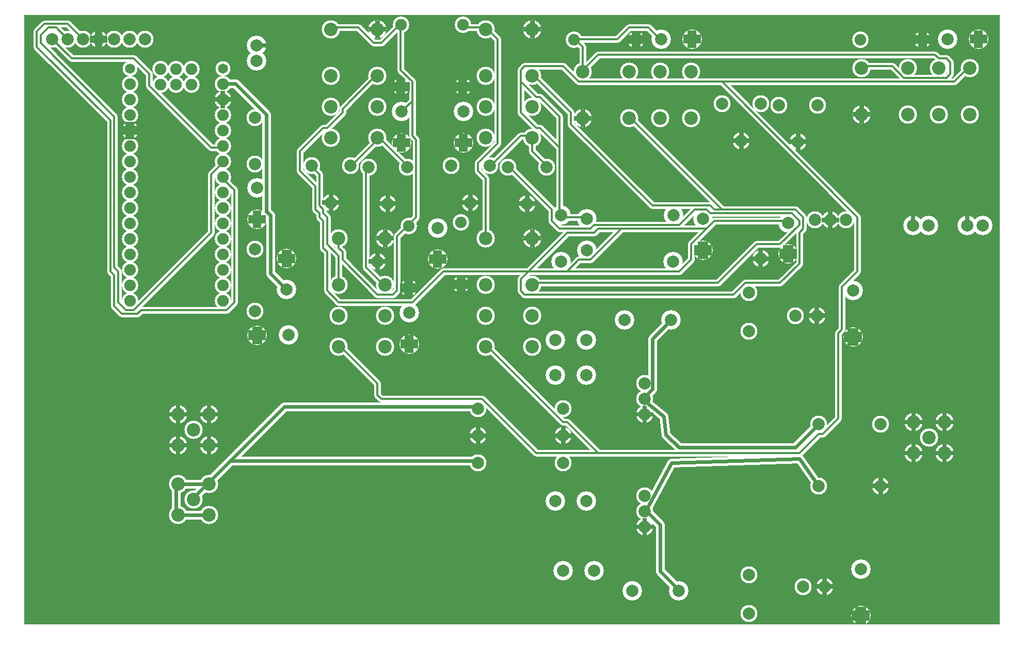
<source format=gbr>
%FSLAX34Y34*%
%MOMM*%
%LNCOPPER_TOP*%
G71*
G01*
%ADD10C,3.000*%
%ADD11C,2.800*%
%ADD12C,3.200*%
%ADD13C,1.400*%
%ADD14C,2.700*%
%ADD15C,2.450*%
%ADD16C,3.000*%
%ADD17C,2.800*%
%ADD18C,2.700*%
%ADD19C,1.100*%
%ADD20C,0.733*%
%ADD21C,0.667*%
%ADD22C,0.813*%
%ADD23C,0.767*%
%ADD24C,1.713*%
%ADD25C,1.360*%
%ADD26C,1.587*%
%ADD27C,1.627*%
%ADD28C,0.787*%
%ADD29C,1.447*%
%ADD30C,1.200*%
%ADD31C,2.200*%
%ADD32C,2.000*%
%ADD33C,0.600*%
%ADD34C,1.900*%
%ADD35C,1.650*%
%ADD36C,2.200*%
%ADD37C,2.000*%
%ADD38C,1.900*%
%ADD39C,0.300*%
%LPD*%
G36*
X0Y1000000D02*
X1600000Y1000000D01*
X1600000Y0D01*
X0Y0D01*
X0Y1000000D01*
G37*
%LPC*%
X252070Y344780D02*
G54D10*
D03*
X302870Y344780D02*
G54D10*
D03*
X277470Y319380D02*
G54D10*
D03*
X302870Y293980D02*
G54D10*
D03*
X252070Y293980D02*
G54D10*
D03*
X1347470Y663830D02*
G54D11*
D03*
X1322070Y663830D02*
G54D11*
D03*
X1296670Y663830D02*
G54D11*
D03*
X1252720Y659036D02*
G54D12*
D03*
X1252833Y608055D02*
G54D12*
D03*
X1064503Y671527D02*
G54D12*
D03*
X1064453Y595277D02*
G54D12*
D03*
X1113020Y665386D02*
G54D12*
D03*
X1113133Y614405D02*
G54D12*
D03*
X880353Y671527D02*
G54D12*
D03*
X880303Y595277D02*
G54D12*
D03*
X1017270Y370080D02*
G54D11*
D03*
X1017270Y395480D02*
G54D11*
D03*
X1017270Y185930D02*
G54D11*
D03*
X1017270Y211330D02*
G54D11*
D03*
X922053Y409438D02*
G54D12*
D03*
X871072Y409325D02*
G54D12*
D03*
X922053Y203063D02*
G54D12*
D03*
X871072Y202950D02*
G54D12*
D03*
X922053Y466588D02*
G54D12*
D03*
X871073Y466475D02*
G54D12*
D03*
X934753Y88763D02*
G54D12*
D03*
X883773Y88650D02*
G54D12*
D03*
X1060751Y499950D02*
G54D12*
D03*
X984501Y500000D02*
G54D12*
D03*
X1073451Y55450D02*
G54D12*
D03*
X997201Y55500D02*
G54D12*
D03*
X1188720Y544830D02*
G54D11*
D03*
X1188720Y481330D02*
G54D11*
D03*
X1188720Y81280D02*
G54D11*
D03*
X1188720Y17780D02*
G54D11*
D03*
X1300020Y506730D02*
G54D11*
D03*
X1264920Y506730D02*
G54D11*
D03*
X1312720Y62230D02*
G54D11*
D03*
X1277620Y62230D02*
G54D11*
D03*
X1457779Y654552D02*
G54D12*
D03*
X1483279Y654552D02*
G54D12*
D03*
X1359113Y471935D02*
G54D12*
D03*
X1359163Y548185D02*
G54D12*
D03*
X1303020Y328930D02*
G54D11*
D03*
X1303020Y227330D02*
G54D11*
D03*
X1404620Y328930D02*
G54D11*
D03*
X1404620Y227330D02*
G54D11*
D03*
X744220Y354330D02*
G54D11*
D03*
X883920Y354330D02*
G54D11*
D03*
X883920Y265430D02*
G54D11*
D03*
X883920Y309880D02*
G54D11*
D03*
X1546679Y654552D02*
G54D12*
D03*
X1572179Y654552D02*
G54D12*
D03*
X1322070Y663830D02*
G54D11*
D03*
X1252833Y608055D02*
G54D11*
D03*
X1207770Y600330D02*
G54D11*
D03*
X1113133Y614405D02*
G54D11*
D03*
X1404620Y227330D02*
G54D11*
D03*
X1300020Y506730D02*
G54D11*
D03*
X1359113Y471935D02*
G54D11*
D03*
X1312720Y62230D02*
G54D11*
D03*
X744220Y265430D02*
G54D11*
D03*
X883920Y309880D02*
G54D11*
D03*
X1458570Y332080D02*
G54D10*
D03*
X1509370Y332080D02*
G54D10*
D03*
X1483970Y306680D02*
G54D10*
D03*
X1509370Y281280D02*
G54D10*
D03*
X1458570Y281280D02*
G54D10*
D03*
X744220Y309880D02*
G54D11*
D03*
X1252833Y608055D02*
G54D11*
D03*
X1113133Y614405D02*
G54D11*
D03*
X1359113Y471935D02*
G54D11*
D03*
G54D13*
X1060751Y499950D02*
X1061720Y500380D01*
X1029970Y468630D01*
X1029970Y386080D01*
X1017270Y373380D01*
X1017270Y367030D01*
X1017270Y370080D01*
X1371813Y14735D02*
G54D12*
D03*
X1371863Y90985D02*
G54D12*
D03*
X1371813Y14735D02*
G54D11*
D03*
X1017270Y160530D02*
G54D11*
D03*
G54D13*
X1303020Y328930D02*
X1264920Y290830D01*
X1074420Y290830D01*
X1052170Y311430D01*
X1049020Y341630D01*
X1017270Y367030D01*
X1017270Y370080D01*
G54D13*
X1303020Y227330D02*
X1271270Y271780D01*
X1061720Y265430D01*
X1017270Y182880D01*
X1017270Y185930D01*
X1017270Y344680D02*
G54D11*
D03*
G54D13*
X1073451Y55450D02*
X1074420Y55880D01*
X1042670Y87630D01*
X1042670Y163830D01*
X1023620Y182880D01*
X1017270Y182880D01*
X1017270Y185930D01*
X172935Y887069D02*
G54D14*
D03*
X172935Y861669D02*
G54D14*
D03*
X172935Y836269D02*
G54D14*
D03*
X172935Y810869D02*
G54D14*
D03*
X172935Y785469D02*
G54D14*
D03*
X172935Y760069D02*
G54D14*
D03*
X172935Y734669D02*
G54D14*
D03*
X172935Y709269D02*
G54D14*
D03*
X172935Y683869D02*
G54D14*
D03*
X172935Y658469D02*
G54D14*
D03*
X172935Y633069D02*
G54D14*
D03*
X172935Y607669D02*
G54D14*
D03*
X172935Y582269D02*
G54D14*
D03*
X172935Y556869D02*
G54D14*
D03*
X172935Y531469D02*
G54D14*
D03*
X325335Y887069D02*
G54D14*
D03*
X325335Y861669D02*
G54D14*
D03*
X325335Y836269D02*
G54D14*
D03*
X325335Y810869D02*
G54D14*
D03*
X325335Y785469D02*
G54D14*
D03*
X325335Y760069D02*
G54D14*
D03*
X325335Y734669D02*
G54D14*
D03*
X325335Y709269D02*
G54D14*
D03*
X325335Y683869D02*
G54D14*
D03*
X325335Y658469D02*
G54D14*
D03*
X325335Y633069D02*
G54D14*
D03*
X325335Y607669D02*
G54D14*
D03*
X325335Y582269D02*
G54D14*
D03*
X325335Y556869D02*
G54D14*
D03*
X325335Y531469D02*
G54D14*
D03*
X325494Y912310D02*
G54D15*
D03*
X173094Y912310D02*
G54D15*
D03*
X274281Y886053D02*
G54D14*
D03*
X274281Y911453D02*
G54D14*
D03*
X248881Y886053D02*
G54D14*
D03*
X248881Y911453D02*
G54D14*
D03*
X223481Y886053D02*
G54D14*
D03*
X223481Y911453D02*
G54D14*
D03*
X378034Y755499D02*
G54D11*
D03*
X378034Y831699D02*
G54D11*
D03*
X380609Y950624D02*
G54D12*
D03*
X380609Y925124D02*
G54D12*
D03*
X381791Y716234D02*
G54D12*
D03*
X381904Y665253D02*
G54D12*
D03*
X378034Y615799D02*
G54D11*
D03*
X378034Y514199D02*
G54D11*
D03*
X430159Y549614D02*
G54D12*
D03*
X430047Y600594D02*
G54D12*
D03*
X432909Y474882D02*
G54D12*
D03*
X381929Y474770D02*
G54D12*
D03*
X381904Y665253D02*
G54D11*
D03*
X430047Y600594D02*
G54D11*
D03*
X381929Y474770D02*
G54D11*
D03*
X172935Y810869D02*
G54D11*
D03*
X325335Y861669D02*
G54D11*
D03*
G54D13*
X430159Y549613D02*
X428884Y551029D01*
X403484Y576429D01*
X403484Y671679D01*
X397134Y678029D01*
X397134Y836779D01*
X346334Y887579D01*
X327284Y887579D01*
X325335Y887069D01*
X515620Y633729D02*
G54D16*
D03*
X591820Y633730D02*
G54D16*
D03*
X515620Y557530D02*
G54D16*
D03*
X515620Y506730D02*
G54D16*
D03*
X515620Y455930D02*
G54D16*
D03*
X591820Y557530D02*
G54D16*
D03*
X591820Y506730D02*
G54D16*
D03*
X591820Y455930D02*
G54D16*
D03*
X502920Y976630D02*
G54D16*
D03*
X579120Y976630D02*
G54D16*
D03*
X502920Y900430D02*
G54D16*
D03*
X502920Y849629D02*
G54D16*
D03*
X502920Y798830D02*
G54D16*
D03*
X579120Y900430D02*
G54D16*
D03*
X579120Y849630D02*
G54D16*
D03*
X579120Y798830D02*
G54D16*
D03*
X756920Y633730D02*
G54D16*
D03*
X833120Y633730D02*
G54D16*
D03*
X756920Y557530D02*
G54D16*
D03*
X756920Y506730D02*
G54D16*
D03*
X756920Y455930D02*
G54D16*
D03*
X833120Y557530D02*
G54D16*
D03*
X833120Y506730D02*
G54D16*
D03*
X833120Y455930D02*
G54D16*
D03*
X756920Y976630D02*
G54D16*
D03*
X833120Y976630D02*
G54D16*
D03*
X756920Y900430D02*
G54D16*
D03*
X756920Y849630D02*
G54D16*
D03*
X756920Y798830D02*
G54D16*
D03*
X833120Y900430D02*
G54D16*
D03*
X833120Y849630D02*
G54D16*
D03*
X833120Y798830D02*
G54D16*
D03*
X1373255Y837165D02*
G54D16*
D03*
X1373254Y913365D02*
G54D16*
D03*
X1449455Y837165D02*
G54D16*
D03*
X1500255Y837165D02*
G54D16*
D03*
X1551055Y837165D02*
G54D16*
D03*
X1449455Y913366D02*
G54D16*
D03*
X1500255Y913365D02*
G54D16*
D03*
X1551055Y913365D02*
G54D16*
D03*
X916055Y830815D02*
G54D16*
D03*
X916055Y907016D02*
G54D16*
D03*
X992255Y830816D02*
G54D16*
D03*
X1043055Y830816D02*
G54D16*
D03*
X1093855Y830815D02*
G54D16*
D03*
X992255Y907016D02*
G54D16*
D03*
X1043055Y907016D02*
G54D16*
D03*
X1093855Y907016D02*
G54D16*
D03*
X471057Y752617D02*
G54D11*
D03*
X534557Y752617D02*
G54D11*
D03*
X502807Y692292D02*
G54D11*
D03*
X579120Y595630D02*
G54D11*
D03*
X252070Y230480D02*
G54D10*
D03*
X302870Y230480D02*
G54D10*
D03*
X277470Y205080D02*
G54D10*
D03*
X302870Y179680D02*
G54D10*
D03*
X252070Y179680D02*
G54D10*
D03*
G54D13*
X302870Y230480D02*
X299720Y230380D01*
X426720Y357380D01*
X744220Y357380D01*
X744220Y354330D01*
G54D13*
X277470Y205080D02*
X274320Y204980D01*
X337820Y268480D01*
X744220Y268480D01*
X744220Y265430D01*
G54D13*
X302870Y230480D02*
X299720Y230380D01*
X248920Y230380D01*
X252070Y230480D01*
G54D13*
X252070Y179680D02*
X248920Y179580D01*
X248920Y230380D01*
X252070Y230480D01*
G54D13*
X252070Y179680D02*
X248920Y179580D01*
X299720Y179580D01*
X302870Y179680D01*
X564280Y750826D02*
G54D11*
D03*
X627781Y750826D02*
G54D11*
D03*
X596030Y690501D02*
G54D11*
D03*
X627781Y750826D02*
G54D11*
D03*
X502807Y692292D02*
G54D11*
D03*
X699657Y752617D02*
G54D11*
D03*
X763157Y752617D02*
G54D11*
D03*
X731407Y692292D02*
G54D11*
D03*
X792880Y750826D02*
G54D11*
D03*
X856381Y750826D02*
G54D11*
D03*
X824630Y690501D02*
G54D11*
D03*
X824630Y690501D02*
G54D11*
D03*
X731407Y692292D02*
G54D11*
D03*
X1144158Y854217D02*
G54D11*
D03*
X1207658Y854217D02*
G54D11*
D03*
X1175908Y793892D02*
G54D11*
D03*
X1237380Y852426D02*
G54D11*
D03*
X1300880Y852426D02*
G54D11*
D03*
X1269130Y792101D02*
G54D11*
D03*
X1300881Y852426D02*
G54D11*
D03*
X1175908Y793892D02*
G54D11*
D03*
X172935Y810869D02*
G54D17*
D03*
X617740Y882548D02*
G54D18*
D03*
X617740Y984148D02*
G54D18*
D03*
X618565Y790638D02*
G54D12*
D03*
X618453Y841619D02*
G54D12*
D03*
X617740Y882548D02*
G54D11*
D03*
X617740Y882548D02*
G54D17*
D03*
X618565Y790638D02*
G54D17*
D03*
X719340Y882548D02*
G54D18*
D03*
X719340Y984148D02*
G54D18*
D03*
X720165Y790638D02*
G54D12*
D03*
X720053Y841619D02*
G54D12*
D03*
X719340Y882548D02*
G54D11*
D03*
X719340Y882548D02*
G54D17*
D03*
X720165Y790638D02*
G54D17*
D03*
X630440Y552348D02*
G54D18*
D03*
X630440Y653948D02*
G54D18*
D03*
X631265Y460438D02*
G54D12*
D03*
X631153Y511418D02*
G54D12*
D03*
X630440Y552348D02*
G54D11*
D03*
X630440Y552348D02*
G54D17*
D03*
X631265Y460438D02*
G54D17*
D03*
X716442Y558285D02*
G54D18*
D03*
X716442Y659885D02*
G54D18*
D03*
X677897Y599725D02*
G54D12*
D03*
X677785Y650706D02*
G54D12*
D03*
X677897Y599725D02*
G54D17*
D03*
X716442Y558285D02*
G54D17*
D03*
X1003249Y959846D02*
G54D18*
D03*
X901649Y959846D02*
G54D18*
D03*
X1095159Y960671D02*
G54D12*
D03*
X1044179Y960559D02*
G54D12*
D03*
X1003249Y959846D02*
G54D11*
D03*
X1003249Y959846D02*
G54D17*
D03*
X1095159Y960671D02*
G54D17*
D03*
X1473149Y959846D02*
G54D18*
D03*
X1371549Y959846D02*
G54D18*
D03*
X1565059Y960671D02*
G54D12*
D03*
X1514079Y960559D02*
G54D12*
D03*
X1473149Y959846D02*
G54D11*
D03*
X1473149Y959846D02*
G54D17*
D03*
X1565059Y960671D02*
G54D17*
D03*
X579120Y976630D02*
G54D11*
D03*
X591820Y633730D02*
G54D11*
D03*
X833120Y976630D02*
G54D11*
D03*
X833120Y633730D02*
G54D11*
D03*
X916055Y830815D02*
G54D11*
D03*
X1373255Y837165D02*
G54D11*
D03*
X596030Y690501D02*
G54D11*
D03*
X1269130Y792101D02*
G54D11*
D03*
X922520Y665386D02*
G54D12*
D03*
X922633Y614405D02*
G54D12*
D03*
G54D19*
X471057Y752617D02*
X471170Y751080D01*
X483870Y738380D01*
X483870Y687580D01*
X490220Y681230D01*
X490220Y674880D01*
X496570Y668530D01*
X496570Y624080D01*
X515620Y605030D01*
X515620Y560580D01*
X515620Y557530D01*
G54D19*
X564280Y750826D02*
X566420Y751080D01*
X560070Y744730D01*
X560070Y585980D01*
X585470Y560580D01*
X591820Y560580D01*
X591820Y557530D01*
G54D19*
X630440Y653948D02*
X629920Y655830D01*
X610870Y636780D01*
X610870Y547880D01*
X604520Y541530D01*
X579120Y541530D01*
X521970Y598680D01*
X521970Y611380D01*
X515620Y617730D01*
X515620Y636780D01*
X515620Y633729D01*
G54D19*
X534557Y752617D02*
X534670Y751080D01*
X579120Y795530D01*
X579120Y801880D01*
X579120Y798830D01*
G54D19*
X627781Y750826D02*
X629920Y751080D01*
X579120Y801880D01*
X579120Y798830D01*
G54D19*
X630440Y653948D02*
X629920Y655830D01*
X642620Y668530D01*
X642620Y795530D01*
X636270Y801880D01*
X636270Y890780D01*
X617220Y909830D01*
X617220Y986030D01*
X617740Y984148D01*
G54D19*
X618453Y841619D02*
X617220Y839980D01*
X636270Y859030D01*
X636270Y890780D01*
X617220Y909830D01*
X617220Y986030D01*
X617740Y984148D01*
G54D19*
X579120Y900430D02*
X579120Y903480D01*
X521970Y846330D01*
X521970Y839980D01*
X496570Y814580D01*
X490220Y814580D01*
X452120Y776480D01*
X452120Y744730D01*
X477520Y719330D01*
X477520Y681230D01*
X483870Y674880D01*
X483870Y668530D01*
X490220Y662180D01*
X490220Y617730D01*
X496570Y611380D01*
X496570Y547880D01*
X515620Y528830D01*
X636270Y528830D01*
X687070Y579630D01*
X1074420Y579630D01*
X1093470Y598680D01*
X1093470Y624080D01*
X1131570Y662180D01*
X1252220Y662180D01*
X1252720Y659036D01*
G54D19*
X763157Y752617D02*
X763270Y751080D01*
X814070Y801880D01*
X833120Y801880D01*
X833120Y798830D01*
G54D19*
X856381Y750826D02*
X858520Y751080D01*
X833120Y776480D01*
X833120Y801880D01*
X833120Y798830D01*
G54D19*
X792880Y750826D02*
X795020Y751080D01*
X864870Y681230D01*
X864870Y662180D01*
X877570Y649480D01*
X928370Y649480D01*
X934720Y655830D01*
X1074420Y655830D01*
X1099820Y681230D01*
X1118870Y681230D01*
X1125220Y674880D01*
X1258570Y674880D01*
X1271270Y662180D01*
X1271270Y655830D01*
X1239520Y624080D01*
X1201420Y624080D01*
X1137920Y560580D01*
X833120Y560580D01*
X833120Y557530D01*
G54D19*
X756920Y976630D02*
X756920Y979680D01*
X775970Y960630D01*
X775970Y789180D01*
X744220Y757430D01*
X744220Y744730D01*
X756920Y732030D01*
X756920Y636780D01*
X756920Y633730D01*
G54D19*
X833120Y900430D02*
X833120Y903480D01*
X896620Y839980D01*
X896620Y820930D01*
X1029970Y687580D01*
X1125220Y687580D01*
X1131570Y681230D01*
X1264920Y681230D01*
X1277620Y668530D01*
X1277620Y649480D01*
X1271270Y643130D01*
X1271270Y592330D01*
X1239520Y560580D01*
X1182370Y560580D01*
X1163320Y541530D01*
X820420Y541530D01*
X814070Y547880D01*
X814070Y566930D01*
X890270Y643130D01*
X934720Y643130D01*
X941070Y649480D01*
X1118870Y649480D01*
X1131570Y662180D01*
X1252220Y662180D01*
X1252720Y659036D01*
G54D19*
X992255Y830816D02*
X991870Y833630D01*
X1144270Y681230D01*
X1264920Y681230D01*
X1277620Y668530D01*
X1277620Y649480D01*
X1271270Y643130D01*
X1271270Y592330D01*
X1239520Y560580D01*
X1182370Y560580D01*
X1163320Y541530D01*
X820420Y541530D01*
X814070Y547880D01*
X814070Y566930D01*
X826770Y579630D01*
X890270Y579630D01*
X909320Y598680D01*
X928370Y598680D01*
X979170Y649480D01*
X1118870Y649480D01*
X1131570Y662180D01*
X1252220Y662180D01*
X1252720Y659036D01*
G54D19*
X901649Y959846D02*
X902970Y960630D01*
X915670Y947930D01*
X915670Y909830D01*
X916055Y907016D01*
G54D19*
X1044179Y960559D02*
X1042670Y960630D01*
X1023620Y979680D01*
X991870Y979680D01*
X972820Y960630D01*
X902970Y960630D01*
X901649Y959846D01*
G54D19*
X617740Y984148D02*
X617220Y986030D01*
X585470Y954280D01*
X572770Y954280D01*
X547370Y979680D01*
X502920Y979680D01*
X502920Y976630D01*
G54D19*
X719340Y984148D02*
X718820Y986030D01*
X725170Y979680D01*
X756920Y979680D01*
X756920Y976630D01*
G54D19*
X515620Y455930D02*
X515620Y458980D01*
X579120Y395480D01*
X579120Y376430D01*
X585470Y370080D01*
X750570Y370080D01*
X839470Y281180D01*
X1271270Y281180D01*
X1303020Y312930D01*
X1309370Y312930D01*
X1334770Y338330D01*
X1334770Y478030D01*
X1341120Y484380D01*
X1341120Y554230D01*
X1366520Y579630D01*
X1366520Y668530D01*
X1144270Y890780D01*
X909320Y890780D01*
X883920Y916180D01*
X820420Y916180D01*
X814070Y909830D01*
X814070Y839980D01*
X839470Y814580D01*
X845820Y814580D01*
X877570Y782830D01*
X877570Y668530D01*
X880353Y671527D01*
G54D19*
X756920Y455930D02*
X756920Y458980D01*
X883920Y331980D01*
X890270Y331980D01*
X941070Y281180D01*
X1271270Y281180D01*
X1303020Y312930D01*
X1309370Y312930D01*
X1334770Y338330D01*
X1334770Y478030D01*
X1341120Y484380D01*
X1341120Y554230D01*
X1366520Y579630D01*
X1366520Y668530D01*
X1144270Y890780D01*
X909320Y890780D01*
X883920Y916180D01*
X820420Y916180D01*
X814070Y909830D01*
X814070Y839980D01*
X839470Y814580D01*
X845820Y814580D01*
X877570Y782830D01*
X877570Y668530D01*
X880353Y671527D01*
G54D19*
X922520Y665386D02*
X922020Y668530D01*
X877570Y668530D01*
X880353Y671527D01*
G54D19*
X916055Y907016D02*
X915670Y909830D01*
X941070Y935230D01*
X1493520Y935230D01*
X1499870Y928880D01*
X1512570Y928880D01*
X1518920Y922530D01*
X1518920Y903480D01*
X1512570Y897130D01*
X1442720Y897130D01*
X1423670Y916180D01*
X1372870Y916180D01*
X1373254Y913365D01*
G54D19*
X1551055Y913365D02*
X1550670Y916180D01*
X1525270Y890780D01*
X909320Y890780D01*
X883920Y916180D01*
X820420Y916180D01*
X814070Y909830D01*
X814070Y890780D01*
X839470Y865380D01*
X845820Y865380D01*
X877570Y833630D01*
X877570Y668530D01*
X880353Y671527D01*
X45720Y960630D02*
G54D11*
D03*
X71120Y960630D02*
G54D11*
D03*
X71120Y960630D02*
G54D11*
D03*
X96520Y960630D02*
G54D11*
D03*
X147320Y960630D02*
G54D11*
D03*
X147320Y960630D02*
G54D11*
D03*
X172720Y960630D02*
G54D11*
D03*
X172720Y960630D02*
G54D11*
D03*
X198120Y960630D02*
G54D11*
D03*
G54D19*
X45720Y960630D02*
X77470Y928880D01*
X179070Y928880D01*
X204470Y903480D01*
X204470Y884430D01*
X306070Y782830D01*
X325120Y782830D01*
X325335Y785469D01*
G54D19*
X71120Y960630D02*
X52070Y979680D01*
X39370Y979680D01*
X26670Y966980D01*
X26670Y954280D01*
X147320Y833630D01*
X147320Y585980D01*
X153670Y579630D01*
X153670Y528830D01*
X166370Y516130D01*
X179070Y516130D01*
X306070Y643130D01*
X306070Y738380D01*
X325120Y757430D01*
X325335Y760069D01*
G54D19*
X96520Y960630D02*
X71120Y986030D01*
X33020Y986030D01*
X20320Y973330D01*
X20320Y947930D01*
X140970Y827280D01*
X140970Y579630D01*
X147320Y573280D01*
X147320Y522480D01*
X160020Y509780D01*
X185420Y509780D01*
X191770Y516130D01*
X331470Y516130D01*
X344170Y528830D01*
X344170Y712980D01*
X325120Y732030D01*
X325335Y734669D01*
X121920Y960630D02*
G54D11*
D03*
%LPD*%
G54D20*
G36*
X248403Y344780D02*
X248403Y360280D01*
X255737Y360280D01*
X255737Y344780D01*
X248403Y344780D01*
G37*
G36*
X252070Y348447D02*
X267570Y348447D01*
X267570Y341113D01*
X252070Y341113D01*
X252070Y348447D01*
G37*
G36*
X255737Y344780D02*
X255737Y329280D01*
X248403Y329280D01*
X248403Y344780D01*
X255737Y344780D01*
G37*
G36*
X252070Y341113D02*
X236570Y341113D01*
X236570Y348447D01*
X252070Y348447D01*
X252070Y341113D01*
G37*
G54D20*
G36*
X299203Y344780D02*
X299203Y360280D01*
X306537Y360280D01*
X306537Y344780D01*
X299203Y344780D01*
G37*
G36*
X302870Y348447D02*
X318370Y348447D01*
X318370Y341113D01*
X302870Y341113D01*
X302870Y348447D01*
G37*
G36*
X306537Y344780D02*
X306537Y329280D01*
X299203Y329280D01*
X299203Y344780D01*
X306537Y344780D01*
G37*
G36*
X302870Y341113D02*
X287370Y341113D01*
X287370Y348447D01*
X302870Y348447D01*
X302870Y341113D01*
G37*
G54D20*
G36*
X299203Y293980D02*
X299203Y309480D01*
X306537Y309480D01*
X306537Y293980D01*
X299203Y293980D01*
G37*
G36*
X302870Y297647D02*
X318370Y297647D01*
X318370Y290313D01*
X302870Y290313D01*
X302870Y297647D01*
G37*
G36*
X306537Y293980D02*
X306537Y278480D01*
X299203Y278480D01*
X299203Y293980D01*
X306537Y293980D01*
G37*
G36*
X302870Y290313D02*
X287370Y290313D01*
X287370Y297647D01*
X302870Y297647D01*
X302870Y290313D01*
G37*
G54D20*
G36*
X248403Y293980D02*
X248403Y309480D01*
X255737Y309480D01*
X255737Y293980D01*
X248403Y293980D01*
G37*
G36*
X252070Y297647D02*
X267570Y297647D01*
X267570Y290313D01*
X252070Y290313D01*
X252070Y297647D01*
G37*
G36*
X255737Y293980D02*
X255737Y278480D01*
X248403Y278480D01*
X248403Y293980D01*
X255737Y293980D01*
G37*
G36*
X252070Y290313D02*
X236570Y290313D01*
X236570Y297647D01*
X252070Y297647D01*
X252070Y290313D01*
G37*
G54D21*
G36*
X1454446Y654552D02*
X1454446Y671052D01*
X1461112Y671052D01*
X1461112Y654552D01*
X1454446Y654552D01*
G37*
G54D22*
G54D21*
G36*
X1543346Y654552D02*
X1543346Y671052D01*
X1550012Y671052D01*
X1550012Y654552D01*
X1543346Y654552D01*
G37*
G54D22*
G54D23*
G36*
X1318237Y663830D02*
X1318237Y678330D01*
X1325903Y678330D01*
X1325903Y663830D01*
X1318237Y663830D01*
G37*
G36*
X1322070Y667663D02*
X1336570Y667663D01*
X1336570Y659997D01*
X1322070Y659997D01*
X1322070Y667663D01*
G37*
G36*
X1325903Y663830D02*
X1325903Y649330D01*
X1318237Y649330D01*
X1318237Y663830D01*
X1325903Y663830D01*
G37*
G36*
X1322070Y659997D02*
X1307570Y659997D01*
X1307570Y667663D01*
X1322070Y667663D01*
X1322070Y659997D01*
G37*
G54D23*
G36*
X1249000Y608055D02*
X1249000Y622555D01*
X1256666Y622555D01*
X1256666Y608055D01*
X1249000Y608055D01*
G37*
G36*
X1252833Y611889D02*
X1267333Y611889D01*
X1267333Y604222D01*
X1252833Y604222D01*
X1252833Y611889D01*
G37*
G36*
X1256666Y608055D02*
X1256666Y593555D01*
X1249000Y593555D01*
X1249000Y608055D01*
X1256666Y608055D01*
G37*
G36*
X1252833Y604222D02*
X1238333Y604222D01*
X1238333Y611889D01*
X1252833Y611889D01*
X1252833Y604222D01*
G37*
G54D23*
G36*
X1203937Y600330D02*
X1203937Y614830D01*
X1211603Y614830D01*
X1211603Y600330D01*
X1203937Y600330D01*
G37*
G36*
X1207770Y604163D02*
X1222270Y604163D01*
X1222270Y596497D01*
X1207770Y596497D01*
X1207770Y604163D01*
G37*
G36*
X1211603Y600330D02*
X1211603Y585830D01*
X1203937Y585830D01*
X1203937Y600330D01*
X1211603Y600330D01*
G37*
G36*
X1207770Y596497D02*
X1193270Y596497D01*
X1193270Y604163D01*
X1207770Y604163D01*
X1207770Y596497D01*
G37*
G54D23*
G36*
X1109300Y614405D02*
X1109300Y628905D01*
X1116966Y628905D01*
X1116966Y614405D01*
X1109300Y614405D01*
G37*
G36*
X1113133Y618239D02*
X1127633Y618239D01*
X1127633Y610572D01*
X1113133Y610572D01*
X1113133Y618239D01*
G37*
G36*
X1116966Y614405D02*
X1116966Y599905D01*
X1109300Y599905D01*
X1109300Y614405D01*
X1116966Y614405D01*
G37*
G36*
X1113133Y610572D02*
X1098633Y610572D01*
X1098633Y618239D01*
X1113133Y618239D01*
X1113133Y610572D01*
G37*
G54D23*
G36*
X1400787Y227330D02*
X1400787Y241830D01*
X1408453Y241830D01*
X1408453Y227330D01*
X1400787Y227330D01*
G37*
G36*
X1404620Y231163D02*
X1419120Y231163D01*
X1419120Y223497D01*
X1404620Y223497D01*
X1404620Y231163D01*
G37*
G36*
X1408453Y227330D02*
X1408453Y212830D01*
X1400787Y212830D01*
X1400787Y227330D01*
X1408453Y227330D01*
G37*
G36*
X1404620Y223497D02*
X1390120Y223497D01*
X1390120Y231163D01*
X1404620Y231163D01*
X1404620Y223497D01*
G37*
G54D23*
G36*
X1296186Y506730D02*
X1296186Y521230D01*
X1303853Y521230D01*
X1303853Y506730D01*
X1296186Y506730D01*
G37*
G36*
X1300020Y510563D02*
X1314520Y510563D01*
X1314520Y502897D01*
X1300020Y502897D01*
X1300020Y510563D01*
G37*
G36*
X1303853Y506730D02*
X1303853Y492230D01*
X1296186Y492230D01*
X1296186Y506730D01*
X1303853Y506730D01*
G37*
G36*
X1300020Y502897D02*
X1285520Y502897D01*
X1285520Y510563D01*
X1300020Y510563D01*
X1300020Y502897D01*
G37*
G54D23*
G36*
X1355280Y471935D02*
X1355280Y486435D01*
X1362946Y486435D01*
X1362946Y471935D01*
X1355280Y471935D01*
G37*
G36*
X1359113Y475768D02*
X1373613Y475768D01*
X1373613Y468102D01*
X1359113Y468102D01*
X1359113Y475768D01*
G37*
G36*
X1362946Y471935D02*
X1362946Y457435D01*
X1355280Y457435D01*
X1355280Y471935D01*
X1362946Y471935D01*
G37*
G36*
X1359113Y468102D02*
X1344613Y468102D01*
X1344613Y475768D01*
X1359113Y475768D01*
X1359113Y468102D01*
G37*
G54D23*
G36*
X1308887Y62230D02*
X1308887Y76730D01*
X1316553Y76730D01*
X1316553Y62230D01*
X1308887Y62230D01*
G37*
G36*
X1312720Y66063D02*
X1327220Y66063D01*
X1327220Y58397D01*
X1312720Y58397D01*
X1312720Y66063D01*
G37*
G36*
X1316553Y62230D02*
X1316553Y47730D01*
X1308887Y47730D01*
X1308887Y62230D01*
X1316553Y62230D01*
G37*
G36*
X1312720Y58397D02*
X1298220Y58397D01*
X1298220Y66063D01*
X1312720Y66063D01*
X1312720Y58397D01*
G37*
G54D23*
G36*
X880087Y309880D02*
X880087Y324380D01*
X887753Y324380D01*
X887753Y309880D01*
X880087Y309880D01*
G37*
G36*
X883920Y313713D02*
X898420Y313713D01*
X898420Y306047D01*
X883920Y306047D01*
X883920Y313713D01*
G37*
G36*
X887753Y309880D02*
X887753Y295380D01*
X880087Y295380D01*
X880087Y309880D01*
X887753Y309880D01*
G37*
G36*
X883920Y306047D02*
X869420Y306047D01*
X869420Y313713D01*
X883920Y313713D01*
X883920Y306047D01*
G37*
G54D20*
G36*
X1454903Y332080D02*
X1454903Y347580D01*
X1462237Y347580D01*
X1462237Y332080D01*
X1454903Y332080D01*
G37*
G36*
X1458570Y335747D02*
X1474070Y335747D01*
X1474070Y328413D01*
X1458570Y328413D01*
X1458570Y335747D01*
G37*
G36*
X1462237Y332080D02*
X1462237Y316580D01*
X1454903Y316580D01*
X1454903Y332080D01*
X1462237Y332080D01*
G37*
G36*
X1458570Y328413D02*
X1443070Y328413D01*
X1443070Y335747D01*
X1458570Y335747D01*
X1458570Y328413D01*
G37*
G54D20*
G36*
X1505703Y332080D02*
X1505703Y347580D01*
X1513037Y347580D01*
X1513037Y332080D01*
X1505703Y332080D01*
G37*
G36*
X1509370Y335747D02*
X1524870Y335747D01*
X1524870Y328413D01*
X1509370Y328413D01*
X1509370Y335747D01*
G37*
G36*
X1513037Y332080D02*
X1513037Y316580D01*
X1505703Y316580D01*
X1505703Y332080D01*
X1513037Y332080D01*
G37*
G36*
X1509370Y328413D02*
X1493870Y328413D01*
X1493870Y335747D01*
X1509370Y335747D01*
X1509370Y328413D01*
G37*
G54D20*
G36*
X1505703Y281280D02*
X1505703Y296780D01*
X1513037Y296780D01*
X1513037Y281280D01*
X1505703Y281280D01*
G37*
G36*
X1509370Y284947D02*
X1524870Y284947D01*
X1524870Y277613D01*
X1509370Y277613D01*
X1509370Y284947D01*
G37*
G36*
X1513037Y281280D02*
X1513037Y265780D01*
X1505703Y265780D01*
X1505703Y281280D01*
X1513037Y281280D01*
G37*
G36*
X1509370Y277613D02*
X1493870Y277613D01*
X1493870Y284947D01*
X1509370Y284947D01*
X1509370Y277613D01*
G37*
G54D20*
G36*
X1454903Y281280D02*
X1454903Y296780D01*
X1462237Y296780D01*
X1462237Y281280D01*
X1454903Y281280D01*
G37*
G36*
X1458570Y284947D02*
X1474070Y284947D01*
X1474070Y277613D01*
X1458570Y277613D01*
X1458570Y284947D01*
G37*
G36*
X1462237Y281280D02*
X1462237Y265780D01*
X1454903Y265780D01*
X1454903Y281280D01*
X1462237Y281280D01*
G37*
G36*
X1458570Y277613D02*
X1443070Y277613D01*
X1443070Y284947D01*
X1458570Y284947D01*
X1458570Y277613D01*
G37*
G54D23*
G36*
X740387Y309880D02*
X740387Y324380D01*
X748053Y324380D01*
X748053Y309880D01*
X740387Y309880D01*
G37*
G36*
X744220Y313713D02*
X758720Y313713D01*
X758720Y306047D01*
X744220Y306047D01*
X744220Y313713D01*
G37*
G36*
X748053Y309880D02*
X748053Y295380D01*
X740387Y295380D01*
X740387Y309880D01*
X748053Y309880D01*
G37*
G36*
X744220Y306047D02*
X729720Y306047D01*
X729720Y313713D01*
X744220Y313713D01*
X744220Y306047D01*
G37*
G54D24*
G36*
X1244266Y608055D02*
X1244266Y622555D01*
X1261400Y622555D01*
X1261400Y608055D01*
X1244266Y608055D01*
G37*
G36*
X1252833Y616622D02*
X1267333Y616622D01*
X1267333Y599488D01*
X1252833Y599488D01*
X1252833Y616622D01*
G37*
G36*
X1261400Y608055D02*
X1261400Y593555D01*
X1244266Y593555D01*
X1244266Y608055D01*
X1261400Y608055D01*
G37*
G36*
X1252833Y599488D02*
X1238333Y599488D01*
X1238333Y616622D01*
X1252833Y616622D01*
X1252833Y599488D01*
G37*
G54D24*
G36*
X1104566Y614405D02*
X1104566Y628905D01*
X1121700Y628905D01*
X1121700Y614405D01*
X1104566Y614405D01*
G37*
G36*
X1113133Y622972D02*
X1127633Y622972D01*
X1127633Y605839D01*
X1113133Y605839D01*
X1113133Y622972D01*
G37*
G36*
X1121700Y614405D02*
X1121700Y599905D01*
X1104566Y599905D01*
X1104566Y614405D01*
X1121700Y614405D01*
G37*
G36*
X1113133Y605839D02*
X1098633Y605839D01*
X1098633Y622972D01*
X1113133Y622972D01*
X1113133Y605839D01*
G37*
G54D24*
G36*
X1350546Y471935D02*
X1350546Y486435D01*
X1367680Y486435D01*
X1367680Y471935D01*
X1350546Y471935D01*
G37*
G36*
X1359113Y480502D02*
X1373613Y480502D01*
X1373613Y463368D01*
X1359113Y463368D01*
X1359113Y480502D01*
G37*
G36*
X1367680Y471935D02*
X1367680Y457435D01*
X1350546Y457435D01*
X1350546Y471935D01*
X1367680Y471935D01*
G37*
G36*
X1359113Y463368D02*
X1344613Y463368D01*
X1344613Y480502D01*
X1359113Y480502D01*
X1359113Y463368D01*
G37*
G54D24*
G36*
X1363246Y14735D02*
X1363246Y29235D01*
X1380380Y29235D01*
X1380380Y14735D01*
X1363246Y14735D01*
G37*
G36*
X1371813Y23302D02*
X1386313Y23302D01*
X1386313Y6168D01*
X1371813Y6168D01*
X1371813Y23302D01*
G37*
G36*
X1380380Y14735D02*
X1380380Y235D01*
X1363246Y235D01*
X1363246Y14735D01*
X1380380Y14735D01*
G37*
G36*
X1371813Y6168D02*
X1357313Y6168D01*
X1357313Y23302D01*
X1371813Y23302D01*
X1371813Y6168D01*
G37*
G54D21*
G36*
X1013937Y160530D02*
X1013937Y175030D01*
X1020603Y175030D01*
X1020603Y160530D01*
X1013937Y160530D01*
G37*
G36*
X1017270Y163863D02*
X1031770Y163863D01*
X1031770Y157197D01*
X1017270Y157197D01*
X1017270Y163863D01*
G37*
G36*
X1020603Y160530D02*
X1020603Y146030D01*
X1013937Y146030D01*
X1013937Y160530D01*
X1020603Y160530D01*
G37*
G36*
X1017270Y157197D02*
X1002770Y157197D01*
X1002770Y163863D01*
X1017270Y163863D01*
X1017270Y157197D01*
G37*
G54D21*
G36*
X1013937Y344680D02*
X1013937Y359180D01*
X1020603Y359180D01*
X1020603Y344680D01*
X1013937Y344680D01*
G37*
G36*
X1017270Y348013D02*
X1031770Y348013D01*
X1031770Y341347D01*
X1017270Y341347D01*
X1017270Y348013D01*
G37*
G36*
X1020603Y344680D02*
X1020603Y330180D01*
X1013937Y330180D01*
X1013937Y344680D01*
X1020603Y344680D01*
G37*
G36*
X1017270Y341347D02*
X1002770Y341347D01*
X1002770Y348013D01*
X1017270Y348013D01*
X1017270Y341347D01*
G37*
G54D21*
G36*
X380609Y953957D02*
X397109Y953957D01*
X397109Y947291D01*
X380609Y947291D01*
X380609Y953957D01*
G37*
G54D22*
G54D25*
G36*
X381904Y672053D02*
X396404Y672053D01*
X396404Y658453D01*
X381904Y658453D01*
X381904Y672053D01*
G37*
G36*
X388704Y665253D02*
X388704Y650753D01*
X375104Y650753D01*
X375104Y665253D01*
X388704Y665253D01*
G37*
G36*
X381904Y658453D02*
X367404Y658453D01*
X367404Y672053D01*
X381904Y672053D01*
X381904Y658453D01*
G37*
G36*
X375104Y665253D02*
X375104Y679753D01*
X388704Y679753D01*
X388704Y665253D01*
X375104Y665253D01*
G37*
G54D26*
G36*
X430047Y608527D02*
X444547Y608527D01*
X444547Y592661D01*
X430047Y592661D01*
X430047Y608527D01*
G37*
G36*
X437980Y600594D02*
X437980Y586094D01*
X422113Y586094D01*
X422113Y600594D01*
X437980Y600594D01*
G37*
G36*
X430047Y592661D02*
X415547Y592661D01*
X415547Y608527D01*
X430047Y608527D01*
X430047Y592661D01*
G37*
G36*
X422113Y600594D02*
X422113Y615094D01*
X437980Y615094D01*
X437980Y600594D01*
X422113Y600594D01*
G37*
G54D27*
G36*
X381929Y482903D02*
X396429Y482903D01*
X396429Y466637D01*
X381929Y466637D01*
X381929Y482903D01*
G37*
G36*
X390062Y474770D02*
X390062Y460270D01*
X373795Y460270D01*
X373795Y474770D01*
X390062Y474770D01*
G37*
G36*
X381929Y466637D02*
X367429Y466637D01*
X367429Y482903D01*
X381929Y482903D01*
X381929Y466637D01*
G37*
G36*
X373795Y474770D02*
X373795Y489270D01*
X390062Y489270D01*
X390062Y474770D01*
X373795Y474770D01*
G37*
G54D28*
G36*
X172935Y814802D02*
X187435Y814802D01*
X187435Y806936D01*
X172935Y806936D01*
X172935Y814802D01*
G37*
G36*
X176868Y810869D02*
X176868Y796369D01*
X169002Y796369D01*
X169002Y810869D01*
X176868Y810869D01*
G37*
G36*
X172935Y806936D02*
X158435Y806936D01*
X158435Y814802D01*
X172935Y814802D01*
X172935Y806936D01*
G37*
G36*
X169002Y810869D02*
X169002Y825369D01*
X176868Y825369D01*
X176868Y810869D01*
X169002Y810869D01*
G37*
G54D28*
G36*
X325335Y865603D02*
X339835Y865603D01*
X339835Y857736D01*
X325335Y857736D01*
X325335Y865603D01*
G37*
G36*
X329268Y861669D02*
X329268Y847169D01*
X321402Y847169D01*
X321402Y861669D01*
X329268Y861669D01*
G37*
G36*
X325335Y857736D02*
X310835Y857736D01*
X310835Y865603D01*
X325335Y865603D01*
X325335Y857736D01*
G37*
G36*
X321402Y861669D02*
X321402Y876169D01*
X329268Y876169D01*
X329268Y861669D01*
X321402Y861669D01*
G37*
G54D21*
G36*
X502807Y688959D02*
X488307Y688959D01*
X488307Y695626D01*
X502807Y695626D01*
X502807Y688959D01*
G37*
G36*
X499474Y692292D02*
X499474Y706792D01*
X506141Y706792D01*
X506141Y692292D01*
X499474Y692292D01*
G37*
G36*
X502807Y695626D02*
X517307Y695626D01*
X517307Y688959D01*
X502807Y688959D01*
X502807Y695626D01*
G37*
G36*
X506141Y692292D02*
X506141Y677792D01*
X499474Y677792D01*
X499474Y692292D01*
X506141Y692292D01*
G37*
G54D23*
G36*
X575286Y595630D02*
X575286Y610130D01*
X582953Y610130D01*
X582953Y595630D01*
X575286Y595630D01*
G37*
G36*
X579120Y599463D02*
X593620Y599463D01*
X593620Y591796D01*
X579120Y591796D01*
X579120Y599463D01*
G37*
G36*
X582953Y595630D02*
X582953Y581130D01*
X575286Y581130D01*
X575286Y595630D01*
X582953Y595630D01*
G37*
G36*
X579120Y591796D02*
X564620Y591796D01*
X564620Y599463D01*
X579120Y599463D01*
X579120Y591796D01*
G37*
G54D23*
G36*
X498974Y692292D02*
X498974Y706792D01*
X506641Y706792D01*
X506641Y692292D01*
X498974Y692292D01*
G37*
G36*
X502807Y696126D02*
X517307Y696126D01*
X517307Y688459D01*
X502807Y688459D01*
X502807Y696126D01*
G37*
G36*
X506641Y692292D02*
X506641Y677792D01*
X498974Y677792D01*
X498974Y692292D01*
X506641Y692292D01*
G37*
G36*
X502807Y688459D02*
X488307Y688459D01*
X488307Y696126D01*
X502807Y696126D01*
X502807Y688459D01*
G37*
G54D23*
G36*
X824630Y686668D02*
X810130Y686668D01*
X810130Y694334D01*
X824630Y694334D01*
X824630Y686668D01*
G37*
G36*
X820797Y690501D02*
X820797Y705001D01*
X828464Y705001D01*
X828464Y690501D01*
X820797Y690501D01*
G37*
G36*
X824630Y694334D02*
X839130Y694334D01*
X839130Y686668D01*
X824630Y686668D01*
X824630Y694334D01*
G37*
G36*
X828464Y690501D02*
X828464Y676001D01*
X820797Y676001D01*
X820797Y690501D01*
X828464Y690501D01*
G37*
G54D23*
G36*
X727574Y692292D02*
X727574Y706792D01*
X735241Y706792D01*
X735241Y692292D01*
X727574Y692292D01*
G37*
G36*
X731407Y696126D02*
X745907Y696126D01*
X745907Y688459D01*
X731407Y688459D01*
X731407Y696126D01*
G37*
G36*
X735241Y692292D02*
X735241Y677792D01*
X727574Y677792D01*
X727574Y692292D01*
X735241Y692292D01*
G37*
G36*
X731407Y688459D02*
X716907Y688459D01*
X716907Y696126D01*
X731407Y696126D01*
X731407Y688459D01*
G37*
G54D21*
G36*
X1175908Y790559D02*
X1161408Y790559D01*
X1161408Y797226D01*
X1175908Y797226D01*
X1175908Y790559D01*
G37*
G36*
X1172574Y793892D02*
X1172574Y808392D01*
X1179241Y808392D01*
X1179241Y793892D01*
X1172574Y793892D01*
G37*
G36*
X1175908Y797226D02*
X1190408Y797226D01*
X1190408Y790559D01*
X1175908Y790559D01*
X1175908Y797226D01*
G37*
G36*
X1179241Y793892D02*
X1179241Y779392D01*
X1172574Y779392D01*
X1172574Y793892D01*
X1179241Y793892D01*
G37*
G54D23*
G36*
X1172074Y793892D02*
X1172074Y808392D01*
X1179741Y808392D01*
X1179741Y793892D01*
X1172074Y793892D01*
G37*
G36*
X1175908Y797726D02*
X1190408Y797726D01*
X1190408Y790059D01*
X1175908Y790059D01*
X1175908Y797726D01*
G37*
G36*
X1179741Y793892D02*
X1179741Y779392D01*
X1172074Y779392D01*
X1172074Y793892D01*
X1179741Y793892D01*
G37*
G36*
X1175908Y790059D02*
X1161408Y790059D01*
X1161408Y797726D01*
X1175908Y797726D01*
X1175908Y790059D01*
G37*
G54D29*
G36*
X172935Y818102D02*
X187435Y818102D01*
X187435Y803636D01*
X172935Y803636D01*
X172935Y818102D01*
G37*
G36*
X180168Y810869D02*
X180168Y796369D01*
X165702Y796369D01*
X165702Y810869D01*
X180168Y810869D01*
G37*
G36*
X172935Y803636D02*
X158435Y803636D01*
X158435Y818102D01*
X172935Y818102D01*
X172935Y803636D01*
G37*
G36*
X165702Y810869D02*
X165702Y825369D01*
X180168Y825369D01*
X180168Y810869D01*
X165702Y810869D01*
G37*
G54D29*
G36*
X617740Y889781D02*
X632240Y889781D01*
X632240Y875315D01*
X617740Y875315D01*
X617740Y889781D01*
G37*
G36*
X624973Y882548D02*
X624973Y868048D01*
X610506Y868048D01*
X610506Y882548D01*
X624973Y882548D01*
G37*
G36*
X617740Y875315D02*
X603240Y875315D01*
X603240Y889781D01*
X617740Y889781D01*
X617740Y875315D01*
G37*
G36*
X610506Y882548D02*
X610506Y897048D01*
X624973Y897048D01*
X624973Y882548D01*
X610506Y882548D01*
G37*
G54D29*
G36*
X618565Y797871D02*
X633065Y797871D01*
X633065Y783405D01*
X618565Y783405D01*
X618565Y797871D01*
G37*
G36*
X625798Y790638D02*
X625798Y776138D01*
X611332Y776138D01*
X611332Y790638D01*
X625798Y790638D01*
G37*
G36*
X618565Y783405D02*
X604065Y783405D01*
X604065Y797871D01*
X618565Y797871D01*
X618565Y783405D01*
G37*
G36*
X611332Y790638D02*
X611332Y805138D01*
X625798Y805138D01*
X625798Y790638D01*
X611332Y790638D01*
G37*
G54D29*
G36*
X719340Y889781D02*
X733840Y889781D01*
X733840Y875315D01*
X719340Y875315D01*
X719340Y889781D01*
G37*
G36*
X726573Y882548D02*
X726573Y868048D01*
X712106Y868048D01*
X712106Y882548D01*
X726573Y882548D01*
G37*
G36*
X719340Y875315D02*
X704840Y875315D01*
X704840Y889781D01*
X719340Y889781D01*
X719340Y875315D01*
G37*
G36*
X712106Y882548D02*
X712106Y897048D01*
X726573Y897048D01*
X726573Y882548D01*
X712106Y882548D01*
G37*
G54D29*
G36*
X720165Y797871D02*
X734665Y797871D01*
X734665Y783405D01*
X720165Y783405D01*
X720165Y797871D01*
G37*
G36*
X727398Y790638D02*
X727398Y776138D01*
X712932Y776138D01*
X712932Y790638D01*
X727398Y790638D01*
G37*
G36*
X720165Y783405D02*
X705665Y783405D01*
X705665Y797871D01*
X720165Y797871D01*
X720165Y783405D01*
G37*
G36*
X712932Y790638D02*
X712932Y805138D01*
X727398Y805138D01*
X727398Y790638D01*
X712932Y790638D01*
G37*
G54D29*
G36*
X630440Y559581D02*
X644940Y559581D01*
X644940Y545115D01*
X630440Y545115D01*
X630440Y559581D01*
G37*
G36*
X637673Y552348D02*
X637673Y537848D01*
X623206Y537848D01*
X623206Y552348D01*
X637673Y552348D01*
G37*
G36*
X630440Y545115D02*
X615940Y545115D01*
X615940Y559581D01*
X630440Y559581D01*
X630440Y545115D01*
G37*
G36*
X623206Y552348D02*
X623206Y566848D01*
X637673Y566848D01*
X637673Y552348D01*
X623206Y552348D01*
G37*
G54D29*
G36*
X631265Y467671D02*
X645765Y467671D01*
X645765Y453205D01*
X631265Y453205D01*
X631265Y467671D01*
G37*
G36*
X638498Y460438D02*
X638498Y445938D01*
X624032Y445938D01*
X624032Y460438D01*
X638498Y460438D01*
G37*
G36*
X631265Y453205D02*
X616765Y453205D01*
X616765Y467671D01*
X631265Y467671D01*
X631265Y453205D01*
G37*
G36*
X624032Y460438D02*
X624032Y474938D01*
X638498Y474938D01*
X638498Y460438D01*
X624032Y460438D01*
G37*
G54D29*
G36*
X677897Y606959D02*
X692397Y606959D01*
X692397Y592492D01*
X677897Y592492D01*
X677897Y606959D01*
G37*
G36*
X685130Y599725D02*
X685130Y585225D01*
X670664Y585225D01*
X670664Y599725D01*
X685130Y599725D01*
G37*
G36*
X677897Y592492D02*
X663397Y592492D01*
X663397Y606959D01*
X677897Y606959D01*
X677897Y592492D01*
G37*
G36*
X670664Y599725D02*
X670664Y614225D01*
X685130Y614225D01*
X685130Y599725D01*
X670664Y599725D01*
G37*
G54D29*
G36*
X716442Y565519D02*
X730942Y565519D01*
X730942Y551052D01*
X716442Y551052D01*
X716442Y565519D01*
G37*
G36*
X723675Y558285D02*
X723675Y543785D01*
X709208Y543785D01*
X709208Y558285D01*
X723675Y558285D01*
G37*
G36*
X716442Y551052D02*
X701942Y551052D01*
X701942Y565519D01*
X716442Y565519D01*
X716442Y551052D01*
G37*
G36*
X709208Y558285D02*
X709208Y572785D01*
X723675Y572785D01*
X723675Y558285D01*
X709208Y558285D01*
G37*
G54D29*
G36*
X996016Y959846D02*
X996016Y974346D01*
X1010482Y974346D01*
X1010482Y959846D01*
X996016Y959846D01*
G37*
G36*
X1003249Y967079D02*
X1017749Y967079D01*
X1017749Y952613D01*
X1003249Y952613D01*
X1003249Y967079D01*
G37*
G36*
X1010482Y959846D02*
X1010482Y945346D01*
X996016Y945346D01*
X996016Y959846D01*
X1010482Y959846D01*
G37*
G36*
X1003249Y952613D02*
X988749Y952613D01*
X988749Y967079D01*
X1003249Y967079D01*
X1003249Y952613D01*
G37*
G54D29*
G36*
X1087926Y960671D02*
X1087926Y975171D01*
X1102392Y975171D01*
X1102392Y960671D01*
X1087926Y960671D01*
G37*
G36*
X1095159Y967905D02*
X1109659Y967905D01*
X1109659Y953438D01*
X1095159Y953438D01*
X1095159Y967905D01*
G37*
G36*
X1102392Y960671D02*
X1102392Y946171D01*
X1087926Y946171D01*
X1087926Y960671D01*
X1102392Y960671D01*
G37*
G36*
X1095159Y953438D02*
X1080659Y953438D01*
X1080659Y967905D01*
X1095159Y967905D01*
X1095159Y953438D01*
G37*
G54D29*
G36*
X1465916Y959846D02*
X1465916Y974346D01*
X1480382Y974346D01*
X1480382Y959846D01*
X1465916Y959846D01*
G37*
G36*
X1473149Y967079D02*
X1487649Y967079D01*
X1487649Y952612D01*
X1473149Y952612D01*
X1473149Y967079D01*
G37*
G36*
X1480382Y959846D02*
X1480382Y945346D01*
X1465916Y945346D01*
X1465916Y959846D01*
X1480382Y959846D01*
G37*
G36*
X1473149Y952612D02*
X1458649Y952612D01*
X1458649Y967079D01*
X1473149Y967079D01*
X1473149Y952612D01*
G37*
G54D29*
G36*
X1557826Y960671D02*
X1557826Y975171D01*
X1572292Y975171D01*
X1572292Y960671D01*
X1557826Y960671D01*
G37*
G36*
X1565059Y967905D02*
X1579559Y967905D01*
X1579559Y953438D01*
X1565059Y953438D01*
X1565059Y967905D01*
G37*
G36*
X1572292Y960671D02*
X1572292Y946171D01*
X1557826Y946171D01*
X1557826Y960671D01*
X1572292Y960671D01*
G37*
G36*
X1565059Y953438D02*
X1550559Y953438D01*
X1550559Y967905D01*
X1565059Y967905D01*
X1565059Y953438D01*
G37*
G54D23*
G36*
X575286Y976630D02*
X575286Y991130D01*
X582953Y991130D01*
X582953Y976630D01*
X575286Y976630D01*
G37*
G36*
X579120Y980463D02*
X593620Y980463D01*
X593620Y972796D01*
X579120Y972796D01*
X579120Y980463D01*
G37*
G36*
X582953Y976630D02*
X582953Y962130D01*
X575286Y962130D01*
X575286Y976630D01*
X582953Y976630D01*
G37*
G36*
X579120Y972796D02*
X564620Y972796D01*
X564620Y980463D01*
X579120Y980463D01*
X579120Y972796D01*
G37*
G54D23*
G36*
X587986Y633730D02*
X587986Y648230D01*
X595653Y648230D01*
X595653Y633730D01*
X587986Y633730D01*
G37*
G36*
X591820Y637563D02*
X606320Y637563D01*
X606320Y629896D01*
X591820Y629896D01*
X591820Y637563D01*
G37*
G36*
X595653Y633730D02*
X595653Y619230D01*
X587986Y619230D01*
X587986Y633730D01*
X595653Y633730D01*
G37*
G36*
X591820Y629896D02*
X577320Y629896D01*
X577320Y637563D01*
X591820Y637563D01*
X591820Y629896D01*
G37*
G54D23*
G36*
X829286Y976630D02*
X829286Y991130D01*
X836953Y991130D01*
X836953Y976630D01*
X829286Y976630D01*
G37*
G36*
X833120Y980463D02*
X847620Y980463D01*
X847620Y972796D01*
X833120Y972796D01*
X833120Y980463D01*
G37*
G36*
X836953Y976630D02*
X836953Y962130D01*
X829286Y962130D01*
X829286Y976630D01*
X836953Y976630D01*
G37*
G36*
X833120Y972796D02*
X818620Y972796D01*
X818620Y980463D01*
X833120Y980463D01*
X833120Y972796D01*
G37*
G54D23*
G36*
X829286Y633730D02*
X829286Y648230D01*
X836953Y648230D01*
X836953Y633730D01*
X829286Y633730D01*
G37*
G36*
X833120Y637563D02*
X847620Y637563D01*
X847620Y629896D01*
X833120Y629896D01*
X833120Y637563D01*
G37*
G36*
X836953Y633730D02*
X836953Y619230D01*
X829286Y619230D01*
X829286Y633730D01*
X836953Y633730D01*
G37*
G36*
X833120Y629896D02*
X818620Y629896D01*
X818620Y637563D01*
X833120Y637563D01*
X833120Y629896D01*
G37*
G54D23*
G36*
X912221Y830815D02*
X912221Y845315D01*
X919888Y845315D01*
X919888Y830815D01*
X912221Y830815D01*
G37*
G36*
X916055Y834649D02*
X930555Y834649D01*
X930555Y826982D01*
X916055Y826982D01*
X916055Y834649D01*
G37*
G36*
X919888Y830815D02*
X919888Y816315D01*
X912221Y816315D01*
X912221Y830815D01*
X919888Y830815D01*
G37*
G36*
X916055Y826982D02*
X901555Y826982D01*
X901555Y834649D01*
X916055Y834649D01*
X916055Y826982D01*
G37*
G54D23*
G36*
X1369422Y837165D02*
X1369422Y851665D01*
X1377088Y851665D01*
X1377088Y837165D01*
X1369422Y837165D01*
G37*
G36*
X1373255Y840999D02*
X1387755Y840999D01*
X1387755Y833332D01*
X1373255Y833332D01*
X1373255Y840999D01*
G37*
G36*
X1377088Y837165D02*
X1377088Y822665D01*
X1369422Y822665D01*
X1369422Y837165D01*
X1377088Y837165D01*
G37*
G36*
X1373255Y833332D02*
X1358755Y833332D01*
X1358755Y840999D01*
X1373255Y840999D01*
X1373255Y833332D01*
G37*
G54D23*
G36*
X592197Y690501D02*
X592197Y705001D01*
X599864Y705001D01*
X599864Y690501D01*
X592197Y690501D01*
G37*
G36*
X596030Y694334D02*
X610530Y694334D01*
X610530Y686668D01*
X596030Y686668D01*
X596030Y694334D01*
G37*
G36*
X599864Y690501D02*
X599864Y676001D01*
X592197Y676001D01*
X592197Y690501D01*
X599864Y690501D01*
G37*
G36*
X596030Y686668D02*
X581530Y686668D01*
X581530Y694334D01*
X596030Y694334D01*
X596030Y686668D01*
G37*
G54D23*
G36*
X1265297Y792101D02*
X1265297Y806601D01*
X1272964Y806601D01*
X1272964Y792101D01*
X1265297Y792101D01*
G37*
G36*
X1269130Y795935D02*
X1283630Y795935D01*
X1283630Y788268D01*
X1269130Y788268D01*
X1269130Y795935D01*
G37*
G36*
X1272964Y792101D02*
X1272964Y777601D01*
X1265297Y777601D01*
X1265297Y792101D01*
X1272964Y792101D01*
G37*
G36*
X1269130Y788268D02*
X1254630Y788268D01*
X1254630Y795935D01*
X1269130Y795935D01*
X1269130Y788268D01*
G37*
G54D30*
G36*
X115920Y960630D02*
X115920Y975130D01*
X127920Y975130D01*
X127920Y960630D01*
X115920Y960630D01*
G37*
G36*
X121920Y966630D02*
X136420Y966630D01*
X136420Y954630D01*
X121920Y954630D01*
X121920Y966630D01*
G37*
G36*
X127920Y960630D02*
X127920Y946130D01*
X115920Y946130D01*
X115920Y960630D01*
X127920Y960630D01*
G37*
G36*
X121920Y954630D02*
X107420Y954630D01*
X107420Y966630D01*
X121920Y966630D01*
X121920Y954630D01*
G37*
X252070Y344780D02*
G54D31*
D03*
X302870Y344780D02*
G54D31*
D03*
X277470Y319380D02*
G54D31*
D03*
X302870Y293980D02*
G54D31*
D03*
X252070Y293980D02*
G54D31*
D03*
X1347470Y663830D02*
G54D32*
D03*
X1322070Y663830D02*
G54D32*
D03*
X1296670Y663830D02*
G54D32*
D03*
X1252720Y659036D02*
G54D32*
D03*
X1252833Y608055D02*
G54D32*
D03*
X1064503Y671527D02*
G54D32*
D03*
X1064453Y595277D02*
G54D32*
D03*
X1113020Y665386D02*
G54D32*
D03*
X1113133Y614405D02*
G54D32*
D03*
X880353Y671527D02*
G54D32*
D03*
X880303Y595277D02*
G54D32*
D03*
X1017270Y370080D02*
G54D32*
D03*
X1017270Y395480D02*
G54D32*
D03*
X1017270Y185930D02*
G54D32*
D03*
X1017270Y211330D02*
G54D32*
D03*
X922053Y409438D02*
G54D32*
D03*
X871072Y409325D02*
G54D32*
D03*
X922053Y203063D02*
G54D32*
D03*
X871072Y202950D02*
G54D32*
D03*
X922053Y466588D02*
G54D32*
D03*
X871073Y466475D02*
G54D32*
D03*
X934753Y88763D02*
G54D32*
D03*
X883773Y88650D02*
G54D32*
D03*
X1060751Y499950D02*
G54D32*
D03*
X984501Y500000D02*
G54D32*
D03*
X1073451Y55450D02*
G54D32*
D03*
X997201Y55500D02*
G54D32*
D03*
X1188720Y544830D02*
G54D32*
D03*
X1188720Y481330D02*
G54D32*
D03*
X1188720Y81280D02*
G54D32*
D03*
X1188720Y17780D02*
G54D32*
D03*
X1300020Y506730D02*
G54D32*
D03*
X1264920Y506730D02*
G54D32*
D03*
X1312720Y62230D02*
G54D32*
D03*
X1277620Y62230D02*
G54D32*
D03*
X1457779Y654552D02*
G54D32*
D03*
X1483279Y654552D02*
G54D32*
D03*
X1359113Y471935D02*
G54D32*
D03*
X1359163Y548185D02*
G54D32*
D03*
X1303020Y328930D02*
G54D32*
D03*
X1303020Y227330D02*
G54D32*
D03*
X1404620Y328930D02*
G54D32*
D03*
X1404620Y227330D02*
G54D32*
D03*
X744220Y354330D02*
G54D32*
D03*
X883920Y354330D02*
G54D32*
D03*
X883920Y265430D02*
G54D32*
D03*
X883920Y309880D02*
G54D32*
D03*
X1546679Y654552D02*
G54D32*
D03*
X1572179Y654552D02*
G54D32*
D03*
X1322070Y663830D02*
G54D32*
D03*
X1252833Y608055D02*
G54D32*
D03*
X1207770Y600330D02*
G54D32*
D03*
X1113133Y614405D02*
G54D32*
D03*
X1404620Y227330D02*
G54D32*
D03*
X1300020Y506730D02*
G54D32*
D03*
X1359113Y471935D02*
G54D32*
D03*
X1312720Y62230D02*
G54D32*
D03*
X744220Y265430D02*
G54D32*
D03*
X883920Y309880D02*
G54D32*
D03*
X1458570Y332080D02*
G54D31*
D03*
X1509370Y332080D02*
G54D31*
D03*
X1483970Y306680D02*
G54D31*
D03*
X1509370Y281280D02*
G54D31*
D03*
X1458570Y281280D02*
G54D31*
D03*
X744220Y309880D02*
G54D32*
D03*
X1252833Y608055D02*
G54D32*
D03*
X1113133Y614405D02*
G54D32*
D03*
X1359113Y471935D02*
G54D32*
D03*
G54D33*
X1060751Y499950D02*
X1061720Y500380D01*
X1029970Y468630D01*
X1029970Y386080D01*
X1017270Y373380D01*
X1017270Y367030D01*
X1017270Y370080D01*
X1371813Y14735D02*
G54D32*
D03*
X1371863Y90985D02*
G54D32*
D03*
X1371813Y14735D02*
G54D32*
D03*
X1017270Y160530D02*
G54D32*
D03*
G54D33*
X1303020Y328930D02*
X1264920Y290830D01*
X1074420Y290830D01*
X1052170Y311430D01*
X1049020Y341630D01*
X1017270Y367030D01*
X1017270Y370080D01*
G54D33*
X1303020Y227330D02*
X1271270Y271780D01*
X1061720Y265430D01*
X1017270Y182880D01*
X1017270Y185930D01*
X1017270Y344680D02*
G54D32*
D03*
G54D33*
X1073451Y55450D02*
X1074420Y55880D01*
X1042670Y87630D01*
X1042670Y163830D01*
X1023620Y182880D01*
X1017270Y182880D01*
X1017270Y185930D01*
X172935Y887069D02*
G54D34*
D03*
X172935Y861669D02*
G54D34*
D03*
X172935Y836269D02*
G54D34*
D03*
X172935Y810869D02*
G54D34*
D03*
X172935Y785469D02*
G54D34*
D03*
X172935Y760069D02*
G54D34*
D03*
X172935Y734669D02*
G54D34*
D03*
X172935Y709269D02*
G54D34*
D03*
X172935Y683869D02*
G54D34*
D03*
X172935Y658469D02*
G54D34*
D03*
X172935Y633069D02*
G54D34*
D03*
X172935Y607669D02*
G54D34*
D03*
X172935Y582269D02*
G54D34*
D03*
X172935Y556869D02*
G54D34*
D03*
X172935Y531469D02*
G54D34*
D03*
X325335Y887069D02*
G54D34*
D03*
X325335Y861669D02*
G54D34*
D03*
X325335Y836269D02*
G54D34*
D03*
X325335Y810869D02*
G54D34*
D03*
X325335Y785469D02*
G54D34*
D03*
X325335Y760069D02*
G54D34*
D03*
X325335Y734669D02*
G54D34*
D03*
X325335Y709269D02*
G54D34*
D03*
X325335Y683869D02*
G54D34*
D03*
X325335Y658469D02*
G54D34*
D03*
X325335Y633069D02*
G54D34*
D03*
X325335Y607669D02*
G54D34*
D03*
X325335Y582269D02*
G54D34*
D03*
X325335Y556869D02*
G54D34*
D03*
X325335Y531469D02*
G54D34*
D03*
X325494Y912310D02*
G54D35*
D03*
X173094Y912310D02*
G54D35*
D03*
X274281Y886053D02*
G54D34*
D03*
X274281Y911453D02*
G54D34*
D03*
X248881Y886053D02*
G54D34*
D03*
X248881Y911453D02*
G54D34*
D03*
X223481Y886053D02*
G54D34*
D03*
X223481Y911453D02*
G54D34*
D03*
X378034Y755499D02*
G54D32*
D03*
X378034Y831699D02*
G54D32*
D03*
X380609Y950624D02*
G54D32*
D03*
X380609Y925124D02*
G54D32*
D03*
X381791Y716234D02*
G54D32*
D03*
X381904Y665253D02*
G54D32*
D03*
X378034Y615799D02*
G54D32*
D03*
X378034Y514199D02*
G54D32*
D03*
X430159Y549614D02*
G54D32*
D03*
X430047Y600594D02*
G54D32*
D03*
X432909Y474882D02*
G54D32*
D03*
X381929Y474770D02*
G54D32*
D03*
X381904Y665253D02*
G54D32*
D03*
X430047Y600594D02*
G54D32*
D03*
X381929Y474770D02*
G54D32*
D03*
X172935Y810869D02*
G54D32*
D03*
X325335Y861669D02*
G54D32*
D03*
G54D33*
X430159Y549613D02*
X428884Y551029D01*
X403484Y576429D01*
X403484Y671679D01*
X397134Y678029D01*
X397134Y836779D01*
X346334Y887579D01*
X327284Y887579D01*
X325335Y887069D01*
X515620Y633729D02*
G54D36*
D03*
X591820Y633730D02*
G54D36*
D03*
X515620Y557530D02*
G54D36*
D03*
X515620Y506730D02*
G54D36*
D03*
X515620Y455930D02*
G54D36*
D03*
X591820Y557530D02*
G54D36*
D03*
X591820Y506730D02*
G54D36*
D03*
X591820Y455930D02*
G54D36*
D03*
X502920Y976630D02*
G54D36*
D03*
X579120Y976630D02*
G54D36*
D03*
X502920Y900430D02*
G54D36*
D03*
X502920Y849629D02*
G54D36*
D03*
X502920Y798830D02*
G54D36*
D03*
X579120Y900430D02*
G54D36*
D03*
X579120Y849630D02*
G54D36*
D03*
X579120Y798830D02*
G54D36*
D03*
X756920Y633730D02*
G54D36*
D03*
X833120Y633730D02*
G54D36*
D03*
X756920Y557530D02*
G54D36*
D03*
X756920Y506730D02*
G54D36*
D03*
X756920Y455930D02*
G54D36*
D03*
X833120Y557530D02*
G54D36*
D03*
X833120Y506730D02*
G54D36*
D03*
X833120Y455930D02*
G54D36*
D03*
X756920Y976630D02*
G54D36*
D03*
X833120Y976630D02*
G54D36*
D03*
X756920Y900430D02*
G54D36*
D03*
X756920Y849630D02*
G54D36*
D03*
X756920Y798830D02*
G54D36*
D03*
X833120Y900430D02*
G54D36*
D03*
X833120Y849630D02*
G54D36*
D03*
X833120Y798830D02*
G54D36*
D03*
X1373255Y837165D02*
G54D36*
D03*
X1373254Y913365D02*
G54D36*
D03*
X1449455Y837165D02*
G54D36*
D03*
X1500255Y837165D02*
G54D36*
D03*
X1551055Y837165D02*
G54D36*
D03*
X1449455Y913366D02*
G54D36*
D03*
X1500255Y913365D02*
G54D36*
D03*
X1551055Y913365D02*
G54D36*
D03*
X916055Y830815D02*
G54D36*
D03*
X916055Y907016D02*
G54D36*
D03*
X992255Y830816D02*
G54D36*
D03*
X1043055Y830816D02*
G54D36*
D03*
X1093855Y830815D02*
G54D36*
D03*
X992255Y907016D02*
G54D36*
D03*
X1043055Y907016D02*
G54D36*
D03*
X1093855Y907016D02*
G54D36*
D03*
X471057Y752617D02*
G54D32*
D03*
X534557Y752617D02*
G54D32*
D03*
X502807Y692292D02*
G54D32*
D03*
X579120Y595630D02*
G54D32*
D03*
X252070Y230480D02*
G54D31*
D03*
X302870Y230480D02*
G54D31*
D03*
X277470Y205080D02*
G54D31*
D03*
X302870Y179680D02*
G54D31*
D03*
X252070Y179680D02*
G54D31*
D03*
G54D33*
X302870Y230480D02*
X299720Y230380D01*
X426720Y357380D01*
X744220Y357380D01*
X744220Y354330D01*
G54D33*
X277470Y205080D02*
X274320Y204980D01*
X337820Y268480D01*
X744220Y268480D01*
X744220Y265430D01*
G54D33*
X302870Y230480D02*
X299720Y230380D01*
X248920Y230380D01*
X252070Y230480D01*
G54D33*
X252070Y179680D02*
X248920Y179580D01*
X248920Y230380D01*
X252070Y230480D01*
G54D33*
X252070Y179680D02*
X248920Y179580D01*
X299720Y179580D01*
X302870Y179680D01*
X564280Y750826D02*
G54D32*
D03*
X627781Y750826D02*
G54D32*
D03*
X596030Y690501D02*
G54D32*
D03*
X627781Y750826D02*
G54D32*
D03*
X502807Y692292D02*
G54D32*
D03*
X699657Y752617D02*
G54D32*
D03*
X763157Y752617D02*
G54D32*
D03*
X731407Y692292D02*
G54D32*
D03*
X792880Y750826D02*
G54D32*
D03*
X856381Y750826D02*
G54D32*
D03*
X824630Y690501D02*
G54D32*
D03*
X824630Y690501D02*
G54D32*
D03*
X731407Y692292D02*
G54D32*
D03*
X1144158Y854217D02*
G54D32*
D03*
X1207658Y854217D02*
G54D32*
D03*
X1175908Y793892D02*
G54D32*
D03*
X1237380Y852426D02*
G54D32*
D03*
X1300880Y852426D02*
G54D32*
D03*
X1269130Y792101D02*
G54D32*
D03*
X1300881Y852426D02*
G54D32*
D03*
X1175908Y793892D02*
G54D32*
D03*
X172935Y810869D02*
G54D37*
D03*
X617740Y882548D02*
G54D38*
D03*
X617740Y984148D02*
G54D38*
D03*
X618565Y790638D02*
G54D32*
D03*
X618453Y841619D02*
G54D32*
D03*
X617740Y882548D02*
G54D32*
D03*
X617740Y882548D02*
G54D37*
D03*
X618565Y790638D02*
G54D37*
D03*
X719340Y882548D02*
G54D38*
D03*
X719340Y984148D02*
G54D38*
D03*
X720165Y790638D02*
G54D32*
D03*
X720053Y841619D02*
G54D32*
D03*
X719340Y882548D02*
G54D32*
D03*
X719340Y882548D02*
G54D37*
D03*
X720165Y790638D02*
G54D37*
D03*
X630440Y552348D02*
G54D38*
D03*
X630440Y653948D02*
G54D38*
D03*
X631265Y460438D02*
G54D32*
D03*
X631153Y511418D02*
G54D32*
D03*
X630440Y552348D02*
G54D32*
D03*
X630440Y552348D02*
G54D37*
D03*
X631265Y460438D02*
G54D37*
D03*
X716442Y558285D02*
G54D38*
D03*
X716442Y659885D02*
G54D38*
D03*
X677897Y599725D02*
G54D32*
D03*
X677785Y650706D02*
G54D32*
D03*
X677897Y599725D02*
G54D37*
D03*
X716442Y558285D02*
G54D37*
D03*
X1003249Y959846D02*
G54D38*
D03*
X901649Y959846D02*
G54D38*
D03*
X1095159Y960671D02*
G54D32*
D03*
X1044179Y960559D02*
G54D32*
D03*
X1003249Y959846D02*
G54D32*
D03*
X1003249Y959846D02*
G54D37*
D03*
X1095159Y960671D02*
G54D37*
D03*
X1473149Y959846D02*
G54D38*
D03*
X1371549Y959846D02*
G54D38*
D03*
X1565059Y960671D02*
G54D32*
D03*
X1514079Y960559D02*
G54D32*
D03*
X1473149Y959846D02*
G54D32*
D03*
X1473149Y959846D02*
G54D37*
D03*
X1565059Y960671D02*
G54D37*
D03*
X579120Y976630D02*
G54D32*
D03*
X591820Y633730D02*
G54D32*
D03*
X833120Y976630D02*
G54D32*
D03*
X833120Y633730D02*
G54D32*
D03*
X916055Y830815D02*
G54D32*
D03*
X1373255Y837165D02*
G54D32*
D03*
X596030Y690501D02*
G54D32*
D03*
X1269130Y792101D02*
G54D32*
D03*
X922520Y665386D02*
G54D32*
D03*
X922633Y614405D02*
G54D32*
D03*
G54D39*
X471057Y752617D02*
X471170Y751080D01*
X483870Y738380D01*
X483870Y687580D01*
X490220Y681230D01*
X490220Y674880D01*
X496570Y668530D01*
X496570Y624080D01*
X515620Y605030D01*
X515620Y560580D01*
X515620Y557530D01*
G54D39*
X564280Y750826D02*
X566420Y751080D01*
X560070Y744730D01*
X560070Y585980D01*
X585470Y560580D01*
X591820Y560580D01*
X591820Y557530D01*
G54D39*
X630440Y653948D02*
X629920Y655830D01*
X610870Y636780D01*
X610870Y547880D01*
X604520Y541530D01*
X579120Y541530D01*
X521970Y598680D01*
X521970Y611380D01*
X515620Y617730D01*
X515620Y636780D01*
X515620Y633729D01*
G54D39*
X534557Y752617D02*
X534670Y751080D01*
X579120Y795530D01*
X579120Y801880D01*
X579120Y798830D01*
G54D39*
X627781Y750826D02*
X629920Y751080D01*
X579120Y801880D01*
X579120Y798830D01*
G54D39*
X630440Y653948D02*
X629920Y655830D01*
X642620Y668530D01*
X642620Y795530D01*
X636270Y801880D01*
X636270Y890780D01*
X617220Y909830D01*
X617220Y986030D01*
X617740Y984148D01*
G54D39*
X618453Y841619D02*
X617220Y839980D01*
X636270Y859030D01*
X636270Y890780D01*
X617220Y909830D01*
X617220Y986030D01*
X617740Y984148D01*
G54D39*
X579120Y900430D02*
X579120Y903480D01*
X521970Y846330D01*
X521970Y839980D01*
X496570Y814580D01*
X490220Y814580D01*
X452120Y776480D01*
X452120Y744730D01*
X477520Y719330D01*
X477520Y681230D01*
X483870Y674880D01*
X483870Y668530D01*
X490220Y662180D01*
X490220Y617730D01*
X496570Y611380D01*
X496570Y547880D01*
X515620Y528830D01*
X636270Y528830D01*
X687070Y579630D01*
X1074420Y579630D01*
X1093470Y598680D01*
X1093470Y624080D01*
X1131570Y662180D01*
X1252220Y662180D01*
X1252720Y659036D01*
G54D39*
X763157Y752617D02*
X763270Y751080D01*
X814070Y801880D01*
X833120Y801880D01*
X833120Y798830D01*
G54D39*
X856381Y750826D02*
X858520Y751080D01*
X833120Y776480D01*
X833120Y801880D01*
X833120Y798830D01*
G54D39*
X792880Y750826D02*
X795020Y751080D01*
X864870Y681230D01*
X864870Y662180D01*
X877570Y649480D01*
X928370Y649480D01*
X934720Y655830D01*
X1074420Y655830D01*
X1099820Y681230D01*
X1118870Y681230D01*
X1125220Y674880D01*
X1258570Y674880D01*
X1271270Y662180D01*
X1271270Y655830D01*
X1239520Y624080D01*
X1201420Y624080D01*
X1137920Y560580D01*
X833120Y560580D01*
X833120Y557530D01*
G54D39*
X756920Y976630D02*
X756920Y979680D01*
X775970Y960630D01*
X775970Y789180D01*
X744220Y757430D01*
X744220Y744730D01*
X756920Y732030D01*
X756920Y636780D01*
X756920Y633730D01*
G54D39*
X833120Y900430D02*
X833120Y903480D01*
X896620Y839980D01*
X896620Y820930D01*
X1029970Y687580D01*
X1125220Y687580D01*
X1131570Y681230D01*
X1264920Y681230D01*
X1277620Y668530D01*
X1277620Y649480D01*
X1271270Y643130D01*
X1271270Y592330D01*
X1239520Y560580D01*
X1182370Y560580D01*
X1163320Y541530D01*
X820420Y541530D01*
X814070Y547880D01*
X814070Y566930D01*
X890270Y643130D01*
X934720Y643130D01*
X941070Y649480D01*
X1118870Y649480D01*
X1131570Y662180D01*
X1252220Y662180D01*
X1252720Y659036D01*
G54D39*
X992255Y830816D02*
X991870Y833630D01*
X1144270Y681230D01*
X1264920Y681230D01*
X1277620Y668530D01*
X1277620Y649480D01*
X1271270Y643130D01*
X1271270Y592330D01*
X1239520Y560580D01*
X1182370Y560580D01*
X1163320Y541530D01*
X820420Y541530D01*
X814070Y547880D01*
X814070Y566930D01*
X826770Y579630D01*
X890270Y579630D01*
X909320Y598680D01*
X928370Y598680D01*
X979170Y649480D01*
X1118870Y649480D01*
X1131570Y662180D01*
X1252220Y662180D01*
X1252720Y659036D01*
G54D39*
X901649Y959846D02*
X902970Y960630D01*
X915670Y947930D01*
X915670Y909830D01*
X916055Y907016D01*
G54D39*
X1044179Y960559D02*
X1042670Y960630D01*
X1023620Y979680D01*
X991870Y979680D01*
X972820Y960630D01*
X902970Y960630D01*
X901649Y959846D01*
G54D39*
X617740Y984148D02*
X617220Y986030D01*
X585470Y954280D01*
X572770Y954280D01*
X547370Y979680D01*
X502920Y979680D01*
X502920Y976630D01*
G54D39*
X719340Y984148D02*
X718820Y986030D01*
X725170Y979680D01*
X756920Y979680D01*
X756920Y976630D01*
G54D39*
X515620Y455930D02*
X515620Y458980D01*
X579120Y395480D01*
X579120Y376430D01*
X585470Y370080D01*
X750570Y370080D01*
X839470Y281180D01*
X1271270Y281180D01*
X1303020Y312930D01*
X1309370Y312930D01*
X1334770Y338330D01*
X1334770Y478030D01*
X1341120Y484380D01*
X1341120Y554230D01*
X1366520Y579630D01*
X1366520Y668530D01*
X1144270Y890780D01*
X909320Y890780D01*
X883920Y916180D01*
X820420Y916180D01*
X814070Y909830D01*
X814070Y839980D01*
X839470Y814580D01*
X845820Y814580D01*
X877570Y782830D01*
X877570Y668530D01*
X880353Y671527D01*
G54D39*
X756920Y455930D02*
X756920Y458980D01*
X883920Y331980D01*
X890270Y331980D01*
X941070Y281180D01*
X1271270Y281180D01*
X1303020Y312930D01*
X1309370Y312930D01*
X1334770Y338330D01*
X1334770Y478030D01*
X1341120Y484380D01*
X1341120Y554230D01*
X1366520Y579630D01*
X1366520Y668530D01*
X1144270Y890780D01*
X909320Y890780D01*
X883920Y916180D01*
X820420Y916180D01*
X814070Y909830D01*
X814070Y839980D01*
X839470Y814580D01*
X845820Y814580D01*
X877570Y782830D01*
X877570Y668530D01*
X880353Y671527D01*
G54D39*
X922520Y665386D02*
X922020Y668530D01*
X877570Y668530D01*
X880353Y671527D01*
G54D39*
X916055Y907016D02*
X915670Y909830D01*
X941070Y935230D01*
X1493520Y935230D01*
X1499870Y928880D01*
X1512570Y928880D01*
X1518920Y922530D01*
X1518920Y903480D01*
X1512570Y897130D01*
X1442720Y897130D01*
X1423670Y916180D01*
X1372870Y916180D01*
X1373254Y913365D01*
G54D39*
X1551055Y913365D02*
X1550670Y916180D01*
X1525270Y890780D01*
X909320Y890780D01*
X883920Y916180D01*
X820420Y916180D01*
X814070Y909830D01*
X814070Y890780D01*
X839470Y865380D01*
X845820Y865380D01*
X877570Y833630D01*
X877570Y668530D01*
X880353Y671527D01*
X45720Y960630D02*
G54D32*
D03*
X71120Y960630D02*
G54D32*
D03*
X71120Y960630D02*
G54D32*
D03*
X96520Y960630D02*
G54D32*
D03*
X147320Y960630D02*
G54D32*
D03*
X147320Y960630D02*
G54D32*
D03*
X172720Y960630D02*
G54D32*
D03*
X172720Y960630D02*
G54D32*
D03*
X198120Y960630D02*
G54D32*
D03*
G54D39*
X45720Y960630D02*
X77470Y928880D01*
X179070Y928880D01*
X204470Y903480D01*
X204470Y884430D01*
X306070Y782830D01*
X325120Y782830D01*
X325335Y785469D01*
G54D39*
X71120Y960630D02*
X52070Y979680D01*
X39370Y979680D01*
X26670Y966980D01*
X26670Y954280D01*
X147320Y833630D01*
X147320Y585980D01*
X153670Y579630D01*
X153670Y528830D01*
X166370Y516130D01*
X179070Y516130D01*
X306070Y643130D01*
X306070Y738380D01*
X325120Y757430D01*
X325335Y760069D01*
G54D39*
X96520Y960630D02*
X71120Y986030D01*
X33020Y986030D01*
X20320Y973330D01*
X20320Y947930D01*
X140970Y827280D01*
X140970Y579630D01*
X147320Y573280D01*
X147320Y522480D01*
X160020Y509780D01*
X185420Y509780D01*
X191770Y516130D01*
X331470Y516130D01*
X344170Y528830D01*
X344170Y712980D01*
X325120Y732030D01*
X325335Y734669D01*
X121920Y960630D02*
G54D32*
D03*
M02*

</source>
